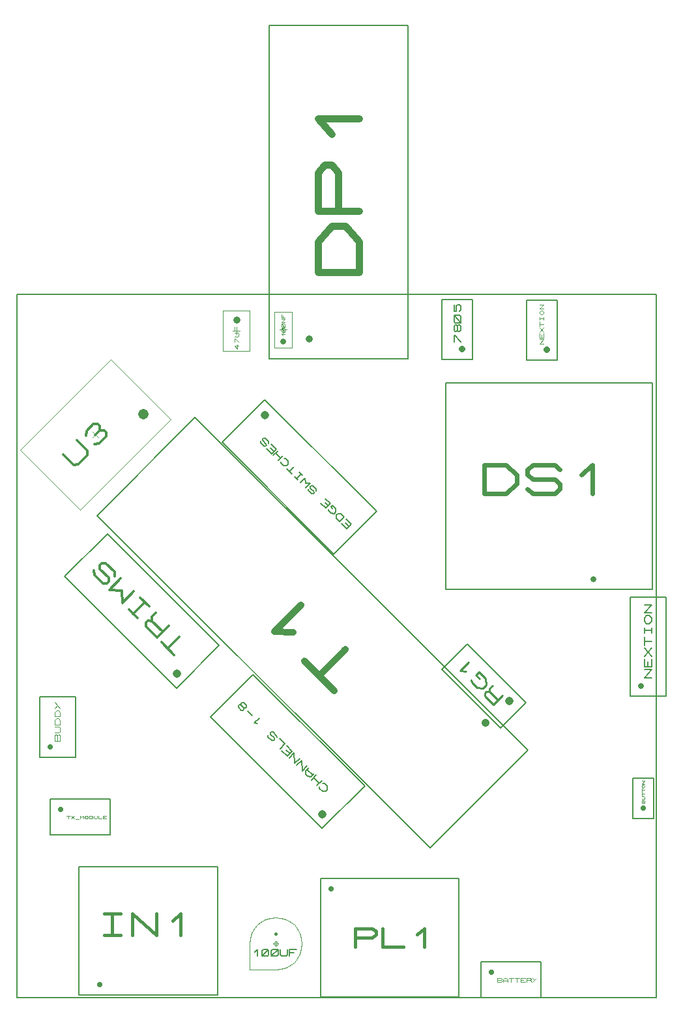
<source format=gbr>
G04 PROTEUS GERBER X2 FILE*
%TF.GenerationSoftware,Labcenter,Proteus,8.15-SP1-Build34318*%
%TF.CreationDate,2023-08-09T10:16:53+00:00*%
%TF.FileFunction,AssemblyDrawing,Top*%
%TF.FilePolarity,Positive*%
%TF.Part,Single*%
%TF.SameCoordinates,{0049c899-80f1-4e30-9ba5-08a3a9b55963}*%
%FSLAX45Y45*%
%MOMM*%
G01*
%TA.AperFunction,Profile*%
%ADD27C,0.203200*%
%TA.AperFunction,Material*%
%ADD31C,0.203200*%
%ADD64C,0.914400*%
%ADD65C,0.889000*%
%ADD66C,1.005790*%
%ADD67C,0.810270*%
%ADD68C,1.077630*%
%ADD69C,0.150380*%
%ADD74C,0.353670*%
%ADD75C,0.139000*%
%ADD76C,0.050000*%
%ADD77C,1.386550*%
%ADD78C,0.380720*%
%ADD79C,0.812800*%
%ADD80C,0.146050*%
%ADD81C,0.083450*%
%ADD82C,0.711200*%
%ADD83C,0.117850*%
%ADD84C,0.274980*%
%ADD85C,0.084180*%
%ADD86C,0.399620*%
%ADD87C,0.463290*%
%ADD88C,0.762000*%
%ADD89C,0.624500*%
%ADD90C,0.156390*%
%ADD91C,0.055880*%
%ADD92C,0.904240*%
%ADD93C,0.085490*%
%ADD94C,0.721360*%
%ADD95C,0.066220*%
%ADD96C,0.420000*%
%ADD97C,0.132930*%
%ADD98C,0.065470*%
%TD.AperFunction*%
D27*
X-619760Y-63500D02*
X+7683500Y-63500D01*
X+7683500Y+9080500D01*
X-619760Y+9080500D01*
X-619760Y-63500D01*
D31*
X+2656840Y+8244840D02*
X+4455160Y+8244840D01*
X+4455160Y+12583160D01*
X+2656840Y+12583160D01*
X+2656840Y+8244840D01*
D64*
X+3175000Y+8509000D02*
X+3175000Y+8509000D01*
D65*
X+3822700Y+9368790D02*
X+3289300Y+9368790D01*
X+3289300Y+9768840D01*
X+3467100Y+9968865D01*
X+3644900Y+9968865D01*
X+3822700Y+9768840D01*
X+3822700Y+9368790D01*
X+3822700Y+10168890D02*
X+3289300Y+10168890D01*
X+3289300Y+10668952D01*
X+3378200Y+10768965D01*
X+3467100Y+10768965D01*
X+3556000Y+10668952D01*
X+3556000Y+10168890D01*
X+3467100Y+11169015D02*
X+3289300Y+11369040D01*
X+3822700Y+11369040D01*
D31*
X+6019320Y+3155576D02*
X+1694428Y+7480467D01*
X+422824Y+6208863D01*
X+4747715Y+1883972D01*
X+6019320Y+3155576D01*
D66*
X+5466136Y+3514786D02*
X+5466136Y+3514786D01*
D67*
X+3498567Y+3928410D02*
X+3111828Y+4315149D01*
X+3305197Y+4121780D02*
X+3648966Y+4465548D01*
X+2968591Y+4687565D02*
X+2725088Y+4701889D01*
X+3068857Y+5045657D01*
D31*
X+3897608Y+2690524D02*
X+2446398Y+4141734D01*
X+1893214Y+3588550D01*
X+3344424Y+2137340D01*
X+3897608Y+2690524D01*
D68*
X+3344423Y+2331314D02*
X+3344423Y+2331314D01*
D69*
X+3351598Y+2725887D02*
X+3374196Y+2724558D01*
X+3410086Y+2688668D01*
X+3412744Y+2643473D01*
X+3391476Y+2622205D01*
X+3346281Y+2624863D01*
X+3310391Y+2660753D01*
X+3309062Y+2683350D01*
X+3338305Y+2760448D02*
X+3274500Y+2696643D01*
X+3202720Y+2768423D02*
X+3266526Y+2832228D01*
X+3306403Y+2728546D02*
X+3234623Y+2800326D01*
X+3242598Y+2856155D02*
X+3200062Y+2813619D01*
X+3154867Y+2816277D01*
X+3130940Y+2840204D01*
X+3128282Y+2885398D01*
X+3170819Y+2927935D01*
X+3221330Y+2834887D02*
X+3149550Y+2906667D01*
X+3146891Y+2951862D02*
X+3083086Y+2888057D01*
X+3075112Y+3023642D01*
X+3011306Y+2959837D01*
X+3051184Y+3047569D02*
X+2987379Y+2983764D01*
X+2979405Y+3119349D01*
X+2915599Y+3055544D01*
X+2883698Y+3215056D02*
X+2955477Y+3143276D01*
X+2891672Y+3079471D01*
X+2819892Y+3151251D01*
X+2923575Y+3111374D02*
X+2875721Y+3159227D01*
X+2795966Y+3175177D02*
X+2859771Y+3238982D01*
X+2787992Y+3310762D01*
X+2753430Y+3324055D02*
X+2752102Y+3346652D01*
X+2704248Y+3394506D01*
X+2681650Y+3395835D01*
X+2671016Y+3385201D01*
X+2672346Y+3362603D01*
X+2720199Y+3314750D01*
X+2721528Y+3292153D01*
X+2710893Y+3281518D01*
X+2688296Y+3282847D01*
X+2640443Y+3330701D01*
X+2639114Y+3353298D01*
X+2506187Y+3507493D02*
X+2460992Y+3510152D01*
X+2524797Y+3573957D01*
X+2433078Y+3601871D02*
X+2373261Y+3661688D01*
X+2325407Y+3709541D02*
X+2326737Y+3686943D01*
X+2316103Y+3676309D01*
X+2293505Y+3677639D01*
X+2257615Y+3713529D01*
X+2256286Y+3736126D01*
X+2266920Y+3746760D01*
X+2289518Y+3745431D01*
X+2325407Y+3709541D01*
X+2348005Y+3708212D01*
X+2358639Y+3718846D01*
X+2357310Y+3741444D01*
X+2321420Y+3777334D01*
X+2298822Y+3778663D01*
X+2288188Y+3768029D01*
X+2289518Y+3745431D01*
D31*
X+2005373Y+4517396D02*
X+554163Y+5968606D01*
X+979Y+5415422D01*
X+1452189Y+3964212D01*
X+2005373Y+4517396D01*
D68*
X+1452189Y+4158186D02*
X+1452189Y+4158186D01*
D74*
X+1423305Y+4396228D02*
X+1254496Y+4565037D01*
X+1338900Y+4480632D02*
X+1488953Y+4630685D01*
X+1348279Y+4771360D02*
X+1198226Y+4621307D01*
X+1057552Y+4761981D01*
X+1054426Y+4815125D01*
X+1079435Y+4840134D01*
X+1132578Y+4837007D01*
X+1273252Y+4696333D01*
X+1132578Y+4837007D02*
X+1129452Y+4890151D01*
X+1179470Y+4940169D01*
X+945012Y+4874520D02*
X+832473Y+4987060D01*
X+888742Y+4930790D02*
X+1038795Y+5080843D01*
X+1095065Y+5024573D02*
X+982526Y+5137113D01*
X+898121Y+5221518D02*
X+748068Y+5071465D01*
X+738689Y+5230895D01*
X+579259Y+5240274D01*
X+729312Y+5390327D01*
X+648032Y+5421589D02*
X+644906Y+5474732D01*
X+532367Y+5587272D01*
X+479223Y+5590398D01*
X+454214Y+5565389D01*
X+457340Y+5512245D01*
X+569880Y+5399705D01*
X+573006Y+5346563D01*
X+547997Y+5321554D01*
X+494853Y+5324679D01*
X+382314Y+5437219D01*
X+379188Y+5490363D01*
D31*
X+2045037Y+7158535D02*
X+3496247Y+5707325D01*
X+4049431Y+6260509D01*
X+2598221Y+7711719D01*
X+2045037Y+7158535D01*
D68*
X+2598221Y+7517745D02*
X+2598221Y+7517745D01*
D75*
X+3652929Y+6162803D02*
X+3719276Y+6096456D01*
X+3660300Y+6037480D01*
X+3593953Y+6103827D01*
X+3689788Y+6066968D02*
X+3645556Y+6111200D01*
X+3630813Y+6184919D02*
X+3571837Y+6125943D01*
X+3527606Y+6170175D01*
X+3525148Y+6211949D01*
X+3544807Y+6231608D01*
X+3586581Y+6229150D01*
X+3630813Y+6184919D01*
X+3478459Y+6297956D02*
X+3456343Y+6320072D01*
X+3476002Y+6339730D01*
X+3520233Y+6295498D01*
X+3522690Y+6253724D01*
X+3503031Y+6234065D01*
X+3461258Y+6236523D01*
X+3428084Y+6269697D01*
X+3426856Y+6290584D01*
X+3387539Y+6428193D02*
X+3453886Y+6361846D01*
X+3394910Y+6302870D01*
X+3328563Y+6369217D01*
X+3424398Y+6332358D02*
X+3380166Y+6376590D01*
X+3267129Y+6528943D02*
X+3265901Y+6549830D01*
X+3221669Y+6594062D01*
X+3200782Y+6595290D01*
X+3190953Y+6585462D01*
X+3192182Y+6564574D01*
X+3236413Y+6520343D01*
X+3237641Y+6499455D01*
X+3227813Y+6489627D01*
X+3206925Y+6490855D01*
X+3162694Y+6535087D01*
X+3161466Y+6555974D01*
X+3129520Y+6568260D02*
X+3188496Y+6627236D01*
X+3125835Y+6630921D01*
X+3122149Y+6693583D01*
X+3063173Y+6634607D01*
X+3029999Y+6667781D02*
X+2985768Y+6712013D01*
X+3007884Y+6689896D02*
X+3066860Y+6748872D01*
X+3088975Y+6726756D02*
X+3044743Y+6770988D01*
X+2952594Y+6745186D02*
X+2886247Y+6811533D01*
X+2919421Y+6778359D02*
X+2978397Y+6837335D01*
X+2846929Y+6949143D02*
X+2867816Y+6947915D01*
X+2900990Y+6914741D01*
X+2903447Y+6872967D01*
X+2883788Y+6853308D01*
X+2842015Y+6855766D01*
X+2808841Y+6888940D01*
X+2807613Y+6909827D01*
X+2834643Y+6981089D02*
X+2775667Y+6922113D01*
X+2709320Y+6988460D02*
X+2768296Y+7047436D01*
X+2805155Y+6951601D02*
X+2738808Y+7017948D01*
X+2679833Y+7135899D02*
X+2746180Y+7069552D01*
X+2687204Y+7010576D01*
X+2620857Y+7076923D01*
X+2716692Y+7040064D02*
X+2672460Y+7084296D01*
X+2647886Y+7148186D02*
X+2646658Y+7169073D01*
X+2602426Y+7213305D01*
X+2581539Y+7214533D01*
X+2571710Y+7204705D01*
X+2572939Y+7183817D01*
X+2617170Y+7139586D01*
X+2618398Y+7118698D01*
X+2608570Y+7108870D01*
X+2587682Y+7110098D01*
X+2543451Y+7154330D01*
X+2542223Y+7175217D01*
D76*
X+596919Y+8235276D02*
X-576878Y+7061479D01*
X+200939Y+6283662D01*
X+1374736Y+7457459D01*
X+596919Y+8235276D01*
X+434284Y+7224114D02*
X+363574Y+7294824D01*
X+363574Y+7224114D02*
X+434284Y+7294824D01*
D77*
X+1024012Y+7525341D02*
X+1024012Y+7525341D01*
D78*
X-20234Y+7001834D02*
X+114373Y+6867227D01*
X+171580Y+6870592D01*
X+292727Y+6991738D01*
X+296092Y+7048947D01*
X+161485Y+7183554D01*
X+279266Y+7247492D02*
X+282632Y+7304700D01*
X+373491Y+7395560D01*
X+430700Y+7398925D01*
X+457621Y+7372004D01*
X+454256Y+7314796D01*
X+511464Y+7318161D01*
X+538385Y+7291240D01*
X+535020Y+7234031D01*
X+444160Y+7143172D01*
X+386952Y+7139806D01*
X+393683Y+7254223D02*
X+454256Y+7314796D01*
D31*
X+4899660Y+8234680D02*
X+5300980Y+8234680D01*
X+5300980Y+9017000D01*
X+4899660Y+9017000D01*
X+4899660Y+8234680D01*
D79*
X+5163820Y+8371840D02*
X+5163820Y+8371840D01*
D80*
X+5056505Y+8468280D02*
X+5056505Y+8550433D01*
X+5071110Y+8550433D01*
X+5144135Y+8468280D01*
X+5100320Y+8616156D02*
X+5085715Y+8599725D01*
X+5071110Y+8599725D01*
X+5056505Y+8616156D01*
X+5056505Y+8665448D01*
X+5071110Y+8681878D01*
X+5085715Y+8681878D01*
X+5100320Y+8665448D01*
X+5100320Y+8616156D01*
X+5114925Y+8599725D01*
X+5129530Y+8599725D01*
X+5144135Y+8616156D01*
X+5144135Y+8665448D01*
X+5129530Y+8681878D01*
X+5114925Y+8681878D01*
X+5100320Y+8665448D01*
X+5129530Y+8714740D02*
X+5071110Y+8714740D01*
X+5056505Y+8731170D01*
X+5056505Y+8796893D01*
X+5071110Y+8813323D01*
X+5129530Y+8813323D01*
X+5144135Y+8796893D01*
X+5144135Y+8731170D01*
X+5129530Y+8714740D01*
X+5144135Y+8714740D02*
X+5056505Y+8813323D01*
X+5056505Y+8944768D02*
X+5056505Y+8862615D01*
X+5085715Y+8862615D01*
X+5085715Y+8928338D01*
X+5100320Y+8944768D01*
X+5129530Y+8944768D01*
X+5144135Y+8928338D01*
X+5144135Y+8879046D01*
X+5129530Y+8862615D01*
D31*
X+5996940Y+8227060D02*
X+6398260Y+8227060D01*
X+6398260Y+9009380D01*
X+5996940Y+9009380D01*
X+5996940Y+8227060D01*
D79*
X+6261100Y+8364220D02*
X+6261100Y+8364220D01*
D81*
X+6222637Y+8444232D02*
X+6172563Y+8444232D01*
X+6222637Y+8500565D01*
X+6172563Y+8500565D01*
X+6222637Y+8575676D02*
X+6222637Y+8519343D01*
X+6172563Y+8519343D01*
X+6172563Y+8575676D01*
X+6197600Y+8519343D02*
X+6197600Y+8556898D01*
X+6172563Y+8594454D02*
X+6222637Y+8650787D01*
X+6222637Y+8594454D02*
X+6172563Y+8650787D01*
X+6172563Y+8669565D02*
X+6172563Y+8725898D01*
X+6172563Y+8697731D02*
X+6222637Y+8697731D01*
X+6172563Y+8754064D02*
X+6172563Y+8791620D01*
X+6172563Y+8772842D02*
X+6222637Y+8772842D01*
X+6222637Y+8754064D02*
X+6222637Y+8791620D01*
X+6189254Y+8819787D02*
X+6172563Y+8838564D01*
X+6172563Y+8857342D01*
X+6189254Y+8876120D01*
X+6205946Y+8876120D01*
X+6222637Y+8857342D01*
X+6222637Y+8838564D01*
X+6205946Y+8819787D01*
X+6189254Y+8819787D01*
X+6222637Y+8894898D02*
X+6172563Y+8894898D01*
X+6222637Y+8951231D01*
X+6172563Y+8951231D01*
D31*
X-327678Y+3065948D02*
X+139682Y+3065948D01*
X+139682Y+3848268D01*
X-327678Y+3848268D01*
X-327678Y+3065948D01*
D82*
X-190518Y+3203108D02*
X-190518Y+3203108D01*
D83*
X-58641Y+3278293D02*
X-129354Y+3278293D01*
X-129354Y+3344586D01*
X-117569Y+3357845D01*
X-105783Y+3357845D01*
X-93998Y+3344586D01*
X-82212Y+3357845D01*
X-70426Y+3357845D01*
X-58641Y+3344586D01*
X-58641Y+3278293D01*
X-93998Y+3278293D02*
X-93998Y+3344586D01*
X-129354Y+3384363D02*
X-70426Y+3384363D01*
X-58641Y+3397621D01*
X-58641Y+3450656D01*
X-70426Y+3463915D01*
X-129354Y+3463915D01*
X-58641Y+3490433D02*
X-129354Y+3490433D01*
X-129354Y+3543468D01*
X-105783Y+3569985D01*
X-82212Y+3569985D01*
X-58641Y+3543468D01*
X-58641Y+3490433D01*
X-58641Y+3596503D02*
X-129354Y+3596503D01*
X-129354Y+3649538D01*
X-105783Y+3676055D01*
X-82212Y+3676055D01*
X-58641Y+3649538D01*
X-58641Y+3596503D01*
X-129354Y+3782125D02*
X-58641Y+3702573D01*
X-129354Y+3702573D02*
X-93998Y+3742349D01*
D31*
X+4902662Y+4203625D02*
X+5664187Y+3442099D01*
X+5994661Y+3772573D01*
X+5233135Y+4534099D01*
X+4902662Y+4203625D01*
D68*
X+5771950Y+3801310D02*
X+5771950Y+3801310D01*
D84*
X+5687581Y+3865845D02*
X+5570915Y+3749179D01*
X+5461540Y+3858554D01*
X+5459109Y+3899873D01*
X+5478554Y+3919317D01*
X+5519873Y+3916886D01*
X+5629248Y+3807512D01*
X+5519873Y+3916886D02*
X+5517443Y+3958206D01*
X+5556332Y+3997095D01*
X+5386193Y+4089456D02*
X+5342443Y+4133206D01*
X+5381332Y+4172095D01*
X+5468832Y+4084595D01*
X+5473692Y+4001956D01*
X+5434804Y+3963068D01*
X+5352166Y+3967928D01*
X+5286540Y+4033554D01*
X+5284109Y+4074873D01*
X+5216055Y+4181816D02*
X+5133416Y+4186678D01*
X+5250083Y+4303344D01*
D31*
X+5406938Y-62766D02*
X+6189258Y-62766D01*
X+6189258Y+404594D01*
X+5406938Y+404594D01*
X+5406938Y-62766D01*
D82*
X+5544098Y+267434D02*
X+5544098Y+267434D01*
D85*
X+5619288Y+145659D02*
X+5619288Y+196168D01*
X+5666639Y+196168D01*
X+5676110Y+187750D01*
X+5676110Y+179332D01*
X+5666639Y+170914D01*
X+5676110Y+162495D01*
X+5676110Y+154077D01*
X+5666639Y+145659D01*
X+5619288Y+145659D01*
X+5619288Y+170914D02*
X+5666639Y+170914D01*
X+5695051Y+145659D02*
X+5695051Y+179332D01*
X+5713991Y+196168D01*
X+5732932Y+196168D01*
X+5751873Y+179332D01*
X+5751873Y+145659D01*
X+5695051Y+162495D02*
X+5751873Y+162495D01*
X+5770814Y+196168D02*
X+5827636Y+196168D01*
X+5799225Y+196168D02*
X+5799225Y+145659D01*
X+5846577Y+196168D02*
X+5903399Y+196168D01*
X+5874988Y+196168D02*
X+5874988Y+145659D01*
X+5979162Y+145659D02*
X+5922340Y+145659D01*
X+5922340Y+196168D01*
X+5979162Y+196168D01*
X+5922340Y+170914D02*
X+5960221Y+170914D01*
X+5998103Y+145659D02*
X+5998103Y+196168D01*
X+6045454Y+196168D01*
X+6054925Y+187750D01*
X+6054925Y+179332D01*
X+6045454Y+170914D01*
X+5998103Y+170914D01*
X+6045454Y+170914D02*
X+6054925Y+162495D01*
X+6054925Y+145659D01*
X+6130688Y+196168D02*
X+6073866Y+145659D01*
X+6073866Y+196168D02*
X+6102277Y+170914D01*
D31*
X+3324826Y-51394D02*
X+5123146Y-51394D01*
X+5123146Y+1492926D01*
X+3324826Y+1492926D01*
X+3324826Y-51394D01*
D82*
X+3461986Y+1355766D02*
X+3461986Y+1355766D01*
D86*
X+3770852Y+600878D02*
X+3770852Y+840653D01*
X+3995641Y+840653D01*
X+4040599Y+800691D01*
X+4040599Y+760728D01*
X+3995641Y+720766D01*
X+3770852Y+720766D01*
X+4130515Y+840653D02*
X+4130515Y+600878D01*
X+4400262Y+600878D01*
X+4580093Y+760728D02*
X+4670009Y+840653D01*
X+4670009Y+600878D01*
D31*
X+186777Y-27592D02*
X+1985097Y-27592D01*
X+1985097Y+1643728D01*
X+186777Y+1643728D01*
X+186777Y-27592D01*
D82*
X+450937Y+109568D02*
X+450937Y+109568D01*
D87*
X+512608Y+1033416D02*
X+721091Y+1033416D01*
X+616850Y+1033416D02*
X+616850Y+755439D01*
X+512608Y+755439D02*
X+721091Y+755439D01*
X+877454Y+755439D02*
X+877454Y+1033416D01*
X+1190178Y+755439D01*
X+1190178Y+1033416D01*
X+1398661Y+940757D02*
X+1502903Y+1033416D01*
X+1502903Y+755439D01*
D31*
X+4948316Y+5248850D02*
X+7635636Y+5248850D01*
X+7635636Y+7936170D01*
X+4948316Y+7936170D01*
X+4948316Y+5248850D01*
D88*
X+6863476Y+5386010D02*
X+6863476Y+5386010D01*
D89*
X+5448901Y+6492790D02*
X+5448901Y+6867490D01*
X+5729926Y+6867490D01*
X+5870438Y+6742590D01*
X+5870438Y+6617690D01*
X+5729926Y+6492790D01*
X+5448901Y+6492790D01*
X+6010951Y+6555240D02*
X+6081207Y+6492790D01*
X+6362232Y+6492790D01*
X+6432488Y+6555240D01*
X+6432488Y+6617690D01*
X+6362232Y+6680140D01*
X+6081207Y+6680140D01*
X+6010951Y+6742590D01*
X+6010951Y+6805040D01*
X+6081207Y+6867490D01*
X+6362232Y+6867490D01*
X+6432488Y+6805040D01*
X+6713513Y+6742590D02*
X+6854026Y+6867490D01*
X+6854026Y+6492790D01*
D31*
X+7343140Y+3858260D02*
X+7810500Y+3858260D01*
X+7810500Y+5148580D01*
X+7343140Y+5148580D01*
X+7343140Y+3858260D01*
D88*
X+7480300Y+3995420D02*
X+7480300Y+3995420D01*
D90*
X+7623737Y+4098422D02*
X+7529903Y+4098422D01*
X+7623737Y+4203985D01*
X+7529903Y+4203985D01*
X+7623737Y+4344736D02*
X+7623737Y+4239173D01*
X+7529903Y+4239173D01*
X+7529903Y+4344736D01*
X+7576820Y+4239173D02*
X+7576820Y+4309548D01*
X+7529903Y+4379924D02*
X+7623737Y+4485487D01*
X+7623737Y+4379924D02*
X+7529903Y+4485487D01*
X+7529903Y+4520675D02*
X+7529903Y+4626238D01*
X+7529903Y+4573456D02*
X+7623737Y+4573456D01*
X+7529903Y+4679019D02*
X+7529903Y+4749395D01*
X+7529903Y+4714207D02*
X+7623737Y+4714207D01*
X+7623737Y+4679019D02*
X+7623737Y+4749395D01*
X+7561181Y+4802177D02*
X+7529903Y+4837364D01*
X+7529903Y+4872552D01*
X+7561181Y+4907740D01*
X+7592459Y+4907740D01*
X+7623737Y+4872552D01*
X+7623737Y+4837364D01*
X+7592459Y+4802177D01*
X+7561181Y+4802177D01*
X+7623737Y+4942928D02*
X+7529903Y+4942928D01*
X+7623737Y+5048491D01*
X+7529903Y+5048491D01*
D31*
X+7376160Y+2268220D02*
X+7650480Y+2268220D01*
X+7650480Y+2796540D01*
X+7376160Y+2796540D01*
X+7376160Y+2268220D01*
D82*
X+7513320Y+2405380D02*
X+7513320Y+2405380D01*
D91*
X+7530084Y+2467864D02*
X+7496556Y+2467864D01*
X+7496556Y+2499296D01*
X+7502144Y+2505583D01*
X+7507732Y+2505583D01*
X+7513320Y+2499296D01*
X+7518908Y+2505583D01*
X+7524496Y+2505583D01*
X+7530084Y+2499296D01*
X+7530084Y+2467864D01*
X+7513320Y+2467864D02*
X+7513320Y+2499296D01*
X+7496556Y+2518156D02*
X+7524496Y+2518156D01*
X+7530084Y+2524442D01*
X+7530084Y+2549588D01*
X+7524496Y+2555875D01*
X+7496556Y+2555875D01*
X+7496556Y+2568448D02*
X+7496556Y+2606167D01*
X+7496556Y+2587307D02*
X+7530084Y+2587307D01*
X+7496556Y+2618740D02*
X+7496556Y+2656459D01*
X+7496556Y+2637599D02*
X+7530084Y+2637599D01*
X+7507732Y+2669032D02*
X+7496556Y+2681605D01*
X+7496556Y+2694178D01*
X+7507732Y+2706751D01*
X+7518908Y+2706751D01*
X+7530084Y+2694178D01*
X+7530084Y+2681605D01*
X+7518908Y+2669032D01*
X+7507732Y+2669032D01*
X+7530084Y+2719324D02*
X+7496556Y+2719324D01*
X+7530084Y+2757043D01*
X+7496556Y+2757043D01*
D76*
X+2053304Y+8871278D02*
X+2053304Y+8351278D01*
X+2403304Y+8351278D01*
X+2403304Y+8871278D01*
X+2053304Y+8871278D01*
X+2278304Y+8611278D02*
X+2178304Y+8611278D01*
X+2228304Y+8561278D02*
X+2228304Y+8661278D01*
D92*
X+2228304Y+8756278D02*
X+2228304Y+8756278D01*
D93*
X+2236854Y+8433744D02*
X+2236854Y+8376038D01*
X+2202657Y+8414509D01*
X+2253952Y+8414509D01*
X+2202657Y+8462597D02*
X+2202657Y+8510686D01*
X+2211206Y+8510686D01*
X+2253952Y+8462597D01*
X+2202657Y+8529922D02*
X+2245403Y+8529922D01*
X+2253952Y+8539539D01*
X+2253952Y+8578010D01*
X+2245403Y+8587628D01*
X+2202657Y+8587628D01*
X+2253952Y+8606864D02*
X+2202657Y+8606864D01*
X+2202657Y+8664570D01*
X+2228304Y+8606864D02*
X+2228304Y+8645335D01*
D76*
X+2952467Y+8388972D02*
X+2952467Y+8858972D01*
X+2722467Y+8858972D01*
X+2722467Y+8388972D01*
X+2952467Y+8388972D01*
X+2787467Y+8623972D02*
X+2887467Y+8623972D01*
X+2837467Y+8673972D02*
X+2837467Y+8573972D01*
D94*
X+2837467Y+8473972D02*
X+2837467Y+8473972D01*
D95*
X+2830845Y+8551658D02*
X+2817601Y+8566558D01*
X+2857334Y+8566558D01*
X+2850712Y+8596358D02*
X+2824223Y+8596358D01*
X+2817601Y+8603807D01*
X+2817601Y+8633607D01*
X+2824223Y+8641057D01*
X+2850712Y+8641057D01*
X+2857334Y+8633607D01*
X+2857334Y+8603807D01*
X+2850712Y+8596358D01*
X+2857334Y+8596358D02*
X+2817601Y+8641057D01*
X+2850712Y+8655957D02*
X+2824223Y+8655957D01*
X+2817601Y+8663406D01*
X+2817601Y+8693206D01*
X+2824223Y+8700656D01*
X+2850712Y+8700656D01*
X+2857334Y+8693206D01*
X+2857334Y+8663406D01*
X+2850712Y+8655957D01*
X+2857334Y+8655957D02*
X+2817601Y+8700656D01*
X+2857334Y+8715556D02*
X+2817601Y+8715556D01*
X+2857334Y+8760255D01*
X+2817601Y+8760255D01*
X+2857334Y+8775155D02*
X+2817601Y+8775155D01*
X+2817601Y+8819854D01*
X+2837467Y+8775155D02*
X+2837467Y+8804954D01*
D76*
X+2765660Y+642620D02*
X+2765574Y+644696D01*
X+2764872Y+648849D01*
X+2763402Y+653002D01*
X+2761000Y+657155D01*
X+2757327Y+661254D01*
X+2753174Y+664263D01*
X+2749021Y+666180D01*
X+2744868Y+667263D01*
X+2740715Y+667620D01*
X+2740660Y+667620D01*
X+2715660Y+642620D02*
X+2715746Y+644696D01*
X+2716448Y+648849D01*
X+2717918Y+653002D01*
X+2720320Y+657155D01*
X+2723993Y+661254D01*
X+2728146Y+664263D01*
X+2732299Y+666180D01*
X+2736452Y+667263D01*
X+2740605Y+667620D01*
X+2740660Y+667620D01*
X+2715660Y+642620D02*
X+2715746Y+640544D01*
X+2716448Y+636391D01*
X+2717918Y+632238D01*
X+2720320Y+628085D01*
X+2723993Y+623986D01*
X+2728146Y+620977D01*
X+2732299Y+619060D01*
X+2736452Y+617977D01*
X+2740605Y+617620D01*
X+2740660Y+617620D01*
X+2765660Y+642620D02*
X+2765574Y+640544D01*
X+2764872Y+636391D01*
X+2763402Y+632238D01*
X+2761000Y+628085D01*
X+2757327Y+623986D01*
X+2753174Y+620977D01*
X+2749021Y+619060D01*
X+2744868Y+617977D01*
X+2740715Y+617620D01*
X+2740660Y+617620D01*
X+2740660Y+677620D02*
X+2740660Y+607620D01*
X+2705660Y+642620D02*
X+2775660Y+642620D01*
X+2400660Y+302620D02*
X+2740660Y+302620D01*
X+2810179Y+309385D01*
X+2874469Y+328850D01*
X+2932284Y+359771D01*
X+2982379Y+400901D01*
X+3023509Y+450996D01*
X+3054430Y+508811D01*
X+3073895Y+573101D01*
X+3080660Y+642620D01*
X+3073895Y+712139D01*
X+3054430Y+776429D01*
X+3023509Y+834244D01*
X+2982379Y+884339D01*
X+2932284Y+925469D01*
X+2874469Y+956390D01*
X+2810179Y+975855D01*
X+2740660Y+982620D01*
X+2671141Y+975855D01*
X+2606851Y+956390D01*
X+2549036Y+925469D01*
X+2498941Y+884339D01*
X+2457811Y+834244D01*
X+2426890Y+776429D01*
X+2407425Y+712139D01*
X+2400660Y+642620D01*
X+2400660Y+302620D01*
D96*
X+2740660Y+767620D02*
X+2740660Y+767620D01*
D97*
X+2471465Y+536663D02*
X+2501376Y+563250D01*
X+2501376Y+483489D01*
X+2561197Y+496782D02*
X+2561197Y+549957D01*
X+2576152Y+563250D01*
X+2635973Y+563250D01*
X+2650928Y+549957D01*
X+2650928Y+496782D01*
X+2635973Y+483489D01*
X+2576152Y+483489D01*
X+2561197Y+496782D01*
X+2561197Y+483489D02*
X+2650928Y+563250D01*
X+2680839Y+496782D02*
X+2680839Y+549957D01*
X+2695794Y+563250D01*
X+2755615Y+563250D01*
X+2770570Y+549957D01*
X+2770570Y+496782D01*
X+2755615Y+483489D01*
X+2695794Y+483489D01*
X+2680839Y+496782D01*
X+2680839Y+483489D02*
X+2770570Y+563250D01*
X+2800481Y+563250D02*
X+2800481Y+496782D01*
X+2815436Y+483489D01*
X+2875257Y+483489D01*
X+2890212Y+496782D01*
X+2890212Y+563250D01*
X+2920123Y+483489D02*
X+2920123Y+563250D01*
X+3009854Y+563250D01*
X+2920123Y+523370D02*
X+2979944Y+523370D01*
D31*
X-190500Y+2052320D02*
X+591820Y+2052320D01*
X+591820Y+2519680D01*
X-190500Y+2519680D01*
X-190500Y+2052320D01*
D82*
X-53340Y+2382520D02*
X-53340Y+2382520D01*
D98*
X+21849Y+2305643D02*
X+66044Y+2305643D01*
X+43946Y+2305643D02*
X+43946Y+2266358D01*
X+80776Y+2305643D02*
X+124971Y+2266358D01*
X+80776Y+2266358D02*
X+124971Y+2305643D01*
X+139703Y+2259810D02*
X+183898Y+2259810D01*
X+198630Y+2266358D02*
X+198630Y+2305643D01*
X+220727Y+2286000D01*
X+242825Y+2305643D01*
X+242825Y+2266358D01*
X+257557Y+2292548D02*
X+272288Y+2305643D01*
X+287020Y+2305643D01*
X+301752Y+2292548D01*
X+301752Y+2279453D01*
X+287020Y+2266358D01*
X+272288Y+2266358D01*
X+257557Y+2279453D01*
X+257557Y+2292548D01*
X+316484Y+2266358D02*
X+316484Y+2305643D01*
X+345947Y+2305643D01*
X+360679Y+2292548D01*
X+360679Y+2279453D01*
X+345947Y+2266358D01*
X+316484Y+2266358D01*
X+375411Y+2305643D02*
X+375411Y+2272905D01*
X+382776Y+2266358D01*
X+412240Y+2266358D01*
X+419606Y+2272905D01*
X+419606Y+2305643D01*
X+434338Y+2305643D02*
X+434338Y+2266358D01*
X+478533Y+2266358D01*
X+537460Y+2266358D02*
X+493265Y+2266358D01*
X+493265Y+2305643D01*
X+537460Y+2305643D01*
X+493265Y+2286000D02*
X+522728Y+2286000D01*
M02*

</source>
